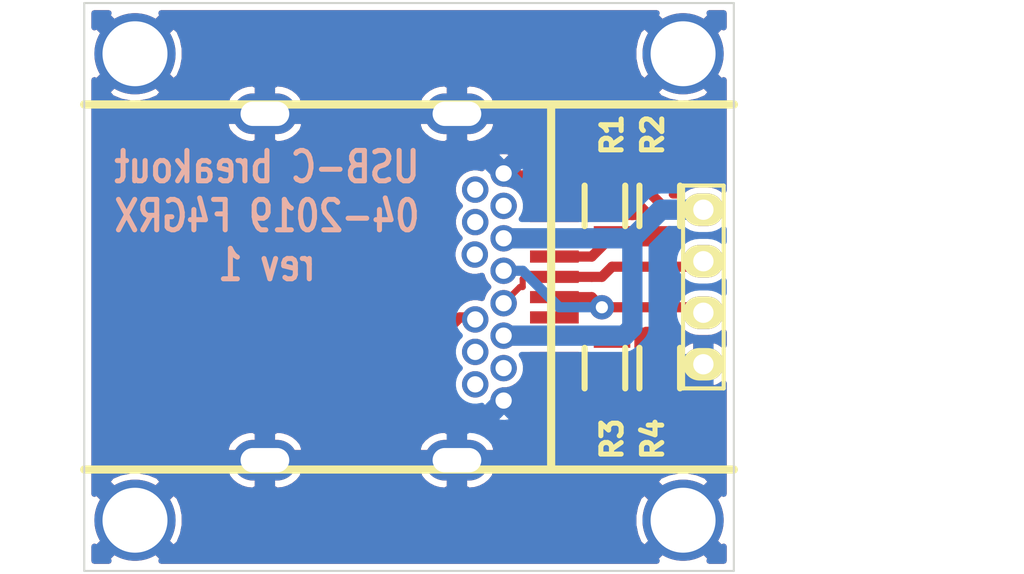
<source format=kicad_pcb>
(kicad_pcb (version 4) (host pcbnew 4.0.7)

  (general
    (links 31)
    (no_connects 1)
    (area 14.974999 14.974999 31.025001 29.025001)
    (thickness 1.6)
    (drawings 16)
    (tracks 88)
    (zones 0)
    (modules 10)
    (nets 18)
  )

  (page A4)
  (layers
    (0 F.Cu signal)
    (31 B.Cu signal)
    (32 B.Adhes user)
    (33 F.Adhes user)
    (34 B.Paste user)
    (35 F.Paste user)
    (36 B.SilkS user)
    (37 F.SilkS user)
    (38 B.Mask user)
    (39 F.Mask user)
    (40 Dwgs.User user)
    (41 Cmts.User user)
    (42 Eco1.User user)
    (43 Eco2.User user)
    (44 Edge.Cuts user)
    (45 Margin user)
    (46 B.CrtYd user)
    (47 F.CrtYd user)
    (48 B.Fab user)
    (49 F.Fab user)
  )

  (setup
    (last_trace_width 0.5)
    (user_trace_width 0.15)
    (user_trace_width 0.2)
    (user_trace_width 0.5)
    (trace_clearance 0.1)
    (zone_clearance 0.15)
    (zone_45_only no)
    (trace_min 0.15)
    (segment_width 0.2)
    (edge_width 0.05)
    (via_size 0.8)
    (via_drill 0.4)
    (via_min_size 0.6)
    (via_min_drill 0.3)
    (user_via 0.6 0.3)
    (uvia_size 0.3)
    (uvia_drill 0.1)
    (uvias_allowed no)
    (uvia_min_size 0.2)
    (uvia_min_drill 0.1)
    (pcb_text_width 0.3)
    (pcb_text_size 1.5 1.5)
    (mod_edge_width 0.12)
    (mod_text_size 1 1)
    (mod_text_width 0.15)
    (pad_size 2 2)
    (pad_drill 2)
    (pad_to_mask_clearance 0.051)
    (solder_mask_min_width 0.25)
    (aux_axis_origin 0 0)
    (grid_origin 15 15)
    (visible_elements 7FFFFF7F)
    (pcbplotparams
      (layerselection 0x010fc_ffffffff)
      (usegerberextensions false)
      (excludeedgelayer true)
      (linewidth 0.100000)
      (plotframeref false)
      (viasonmask false)
      (mode 1)
      (useauxorigin false)
      (hpglpennumber 1)
      (hpglpenspeed 20)
      (hpglpendiameter 15)
      (hpglpenoverlay 2)
      (psnegative false)
      (psa4output false)
      (plotreference true)
      (plotvalue true)
      (plotinvisibletext false)
      (padsonsilk false)
      (subtractmaskfromsilk false)
      (outputformat 1)
      (mirror false)
      (drillshape 1)
      (scaleselection 1)
      (outputdirectory ""))
  )

  (net 0 "")
  (net 1 "Net-(USB1-Pad2)")
  (net 2 "Net-(USB1-Pad3)")
  (net 3 "Net-(USB1-Pad8)")
  (net 4 "Net-(USB1-Pad10)")
  (net 5 "Net-(USB1-Pad11)")
  (net 6 "Net-(USB1-Pad14)")
  (net 7 "Net-(USB1-Pad25)")
  (net 8 "Net-(USB1-Pad15)")
  (net 9 "Net-(USB1-Pad20)")
  (net 10 "Net-(USB1-Pad22)")
  (net 11 "Net-(USB1-Pad23)")
  (net 12 /GND)
  (net 13 /DN)
  (net 14 /DP)
  (net 15 /VBUS)
  (net 16 /CC1)
  (net 17 /CC2)

  (net_class Default "This is the default net class."
    (clearance 0.1)
    (trace_width 0.25)
    (via_dia 0.8)
    (via_drill 0.4)
    (uvia_dia 0.3)
    (uvia_drill 0.1)
    (add_net /CC1)
    (add_net /CC2)
    (add_net /DN)
    (add_net /DP)
    (add_net /GND)
    (add_net /VBUS)
    (add_net "Net-(USB1-Pad10)")
    (add_net "Net-(USB1-Pad11)")
    (add_net "Net-(USB1-Pad14)")
    (add_net "Net-(USB1-Pad15)")
    (add_net "Net-(USB1-Pad2)")
    (add_net "Net-(USB1-Pad20)")
    (add_net "Net-(USB1-Pad22)")
    (add_net "Net-(USB1-Pad23)")
    (add_net "Net-(USB1-Pad25)")
    (add_net "Net-(USB1-Pad3)")
    (add_net "Net-(USB1-Pad8)")
  )

  (module local:Wurth-632723300011 (layer F.Cu) (tedit 5C42C6B8) (tstamp 5CA1B7CA)
    (at 16 22 270)
    (path /5C9DF349)
    (attr smd)
    (fp_text reference USB1 (at 0 -12 270) (layer F.SilkS) hide
      (effects (font (size 1 1) (thickness 0.15)))
    )
    (fp_text value Wurth-632723300011 (at 0 1.9 270) (layer F.Fab) hide
      (effects (font (size 1 1) (thickness 0.15)))
    )
    (fp_line (start -4.37 0.95) (end 4.37 0.95) (layer Dwgs.User) (width 0.15))
    (fp_line (start -4.37 0.95) (end -4.37 -10.38) (layer Dwgs.User) (width 0.15))
    (fp_line (start 4.37 0.95) (end 4.37 -10.38) (layer Dwgs.User) (width 0.15))
    (fp_line (start -4.37 -10.38) (end 4.37 -10.38) (layer Dwgs.User) (width 0.15))
    (pad 27 smd rect (at 0 -2.9 270) (size 0.2 1) (layers F.Cu F.Paste F.Mask)
      (net 12 /GND))
    (pad 27 smd rect (at 0 -6 270) (size 0.2 1) (layers F.Cu F.Paste F.Mask)
      (net 12 /GND))
    (pad 26 thru_hole oval (at -4.27 -3.45 270) (size 1 1.6) (drill oval 0.6 1.2) (layers *.Cu B.Mask)
      (net 12 /GND))
    (pad 26 thru_hole oval (at -4.27 -8.18 270) (size 1 1.6) (drill oval 0.6 1.2) (layers *.Cu B.Mask)
      (net 12 /GND))
    (pad 26 thru_hole oval (at 4.27 -3.45 270) (size 1 1.6) (drill oval 0.6 1.2) (layers *.Cu B.Mask)
      (net 12 /GND))
    (pad 26 thru_hole oval (at 4.27 -8.18 270) (size 1 1.6) (drill oval 0.6 1.2) (layers *.Cu B.Mask)
      (net 12 /GND))
    (pad 25 thru_hole circle (at -2 -9.33 270) (size 0.65 0.65) (drill 0.4) (layers *.Cu B.Mask)
      (net 7 "Net-(USB1-Pad25)"))
    (pad 24 thru_hole circle (at -2.8 -9.33 270) (size 0.65 0.65) (drill 0.4) (layers *.Cu B.Mask)
      (net 12 /GND))
    (pad 23 thru_hole circle (at -2.4 -8.63 270) (size 0.65 0.65) (drill 0.4) (layers *.Cu B.Mask)
      (net 11 "Net-(USB1-Pad23)"))
    (pad 22 thru_hole circle (at -1.6 -8.63 270) (size 0.65 0.65) (drill 0.4) (layers *.Cu B.Mask)
      (net 10 "Net-(USB1-Pad22)"))
    (pad 21 thru_hole circle (at -1.2 -9.33 270) (size 0.65 0.65) (drill 0.4) (layers *.Cu B.Mask)
      (net 15 /VBUS))
    (pad 20 thru_hole circle (at -0.8 -8.62 270) (size 0.65 0.65) (drill 0.4) (layers *.Cu B.Mask)
      (net 9 "Net-(USB1-Pad20)"))
    (pad 19 thru_hole circle (at -0.4 -9.33 270) (size 0.65 0.65) (drill 0.4) (layers *.Cu B.Mask)
      (net 13 /DN))
    (pad 18 thru_hole circle (at 0.4 -9.33 270) (size 0.65 0.65) (drill 0.4) (layers *.Cu B.Mask)
      (net 14 /DP))
    (pad 17 thru_hole circle (at 0.8 -8.63 270) (size 0.65 0.65) (drill 0.4) (layers *.Cu B.Mask)
      (net 17 /CC2))
    (pad 16 thru_hole circle (at 1.2 -9.33 270) (size 0.65 0.65) (drill 0.4) (layers *.Cu B.Mask)
      (net 15 /VBUS))
    (pad 15 thru_hole circle (at 1.6 -8.63 270) (size 0.65 0.65) (drill 0.4) (layers *.Cu B.Mask)
      (net 8 "Net-(USB1-Pad15)"))
    (pad 25 thru_hole circle (at 2 -9.33 270) (size 0.65 0.65) (drill 0.4) (layers *.Cu B.Mask)
      (net 7 "Net-(USB1-Pad25)"))
    (pad 14 thru_hole circle (at 2.4 -8.63 270) (size 0.65 0.65) (drill 0.4) (layers *.Cu B.Mask)
      (net 6 "Net-(USB1-Pad14)"))
    (pad 13 thru_hole circle (at 2.8 -9.33 270) (size 0.65 0.65) (drill 0.4) (layers *.Cu B.Mask)
      (net 12 /GND))
    (pad 12 smd rect (at 2.75 -10.58 270) (size 0.3 1.2) (layers F.Cu F.Paste F.Mask)
      (net 12 /GND))
    (pad 11 smd rect (at 2.25 -10.58 270) (size 0.3 1.2) (layers F.Cu F.Paste F.Mask)
      (net 5 "Net-(USB1-Pad11)"))
    (pad 10 smd rect (at 1.75 -10.58 270) (size 0.3 1.2) (layers F.Cu F.Paste F.Mask)
      (net 4 "Net-(USB1-Pad10)"))
    (pad 9 smd rect (at 1.25 -10.58 270) (size 0.3 1.2) (layers F.Cu F.Paste F.Mask)
      (net 15 /VBUS))
    (pad 8 smd rect (at 0.75 -10.58 270) (size 0.3 1.2) (layers F.Cu F.Paste F.Mask)
      (net 3 "Net-(USB1-Pad8)"))
    (pad 7 smd rect (at 0.25 -10.58 270) (size 0.3 1.2) (layers F.Cu F.Paste F.Mask)
      (net 13 /DN))
    (pad 6 smd rect (at -0.25 -10.58 270) (size 0.3 1.2) (layers F.Cu F.Paste F.Mask)
      (net 14 /DP))
    (pad 5 smd rect (at -0.75 -10.58 270) (size 0.3 1.2) (layers F.Cu F.Paste F.Mask)
      (net 16 /CC1))
    (pad 4 smd rect (at -1.25 -10.58 270) (size 0.3 1.2) (layers F.Cu F.Paste F.Mask)
      (net 15 /VBUS))
    (pad 3 smd rect (at -1.75 -10.58 270) (size 0.3 1.2) (layers F.Cu F.Paste F.Mask)
      (net 2 "Net-(USB1-Pad3)"))
    (pad 2 smd rect (at -2.25 -10.58 270) (size 0.3 1.2) (layers F.Cu F.Paste F.Mask)
      (net 1 "Net-(USB1-Pad2)"))
    (pad 1 smd rect (at -2.75 -10.58 270) (size 0.3 1.2) (layers F.Cu F.Paste F.Mask)
      (net 12 /GND))
  )

  (module local:PINS-1.27-1x4 (layer F.Cu) (tedit 566F4375) (tstamp 5CA1B782)
    (at 30.25 22 90)
    (path /5C9DF3AC)
    (fp_text reference P1 (at 0 1.27 90) (layer F.SilkS) hide
      (effects (font (size 0.5 0.5) (thickness 0.125)))
    )
    (fp_text value CONN_01X04 (at 0 -1.27 90) (layer F.Fab) hide
      (effects (font (size 0.5 0.5) (thickness 0.125)))
    )
    (fp_line (start -2.5 0.5) (end -2.5 -0.5) (layer F.SilkS) (width 0.1))
    (fp_line (start 2.5 0.5) (end -2.5 0.5) (layer F.SilkS) (width 0.1))
    (fp_line (start 2.5 -0.5) (end 2.5 0.5) (layer F.SilkS) (width 0.1))
    (fp_line (start -2.5 -0.5) (end 2.5 -0.5) (layer F.SilkS) (width 0.1))
    (pad 4 thru_hole oval (at 1.905 0 90) (size 0.8 1) (drill 0.5) (layers *.Cu *.Mask F.SilkS)
      (net 15 /VBUS))
    (pad 3 thru_hole oval (at 0.635 0 90) (size 0.8 1) (drill 0.5) (layers *.Cu *.Mask F.SilkS)
      (net 14 /DP))
    (pad 2 thru_hole oval (at -0.635 0 90) (size 0.8 1) (drill 0.5) (layers *.Cu *.Mask F.SilkS)
      (net 13 /DN))
    (pad 1 thru_hole oval (at -1.905 0 90) (size 0.8 1) (drill 0.5) (layers *.Cu *.Mask F.SilkS)
      (net 12 /GND))
  )

  (module local:0603_m1608 (layer F.Cu) (tedit 5CA22571) (tstamp 5CA1B78A)
    (at 29 20 270)
    (descr "Resistor SMD 0603, reflow soldering, Vishay (see dcrcw.pdf)")
    (tags "resistor 0603")
    (path /5C9DF6C6)
    (attr smd)
    (fp_text reference R1 (at -1.75 1 450) (layer F.SilkS)
      (effects (font (size 0.5 0.5) (thickness 0.125)))
    )
    (fp_text value RSMALL (at 0 1.27 270) (layer F.SilkS) hide
      (effects (font (size 0.5 0.5) (thickness 0.125)))
    )
    (fp_line (start -0.5 -0.675) (end 0.5 -0.675) (layer F.SilkS) (width 0.15))
    (fp_line (start 0.5 0.675) (end -0.5 0.675) (layer F.SilkS) (width 0.15))
    (pad 2 smd rect (at 0.75 0 270) (size 0.5 0.9) (layers F.Cu F.Paste F.Mask)
      (net 16 /CC1))
    (pad 1 smd rect (at -0.75 0 270) (size 0.5 0.9) (layers F.Cu F.Paste F.Mask)
      (net 15 /VBUS))
    (model Resistors_SMD/R_0603.wrl
      (at (xyz 0 0 0))
      (scale (xyz 1 1 1))
      (rotate (xyz 0 0 0))
    )
  )

  (module local:0603_m1608 (layer F.Cu) (tedit 5CA2256F) (tstamp 5CA1B792)
    (at 28 20 90)
    (descr "Resistor SMD 0603, reflow soldering, Vishay (see dcrcw.pdf)")
    (tags "resistor 0603")
    (path /5C9DF5A6)
    (attr smd)
    (fp_text reference R2 (at 1.75 1 270) (layer F.SilkS)
      (effects (font (size 0.5 0.5) (thickness 0.125)))
    )
    (fp_text value RSMALL (at 0 1.27 90) (layer F.SilkS) hide
      (effects (font (size 0.5 0.5) (thickness 0.125)))
    )
    (fp_line (start -0.5 -0.675) (end 0.5 -0.675) (layer F.SilkS) (width 0.15))
    (fp_line (start 0.5 0.675) (end -0.5 0.675) (layer F.SilkS) (width 0.15))
    (pad 2 smd rect (at 0.75 0 90) (size 0.5 0.9) (layers F.Cu F.Paste F.Mask)
      (net 12 /GND))
    (pad 1 smd rect (at -0.75 0 90) (size 0.5 0.9) (layers F.Cu F.Paste F.Mask)
      (net 16 /CC1))
    (model Resistors_SMD/R_0603.wrl
      (at (xyz 0 0 0))
      (scale (xyz 1 1 1))
      (rotate (xyz 0 0 0))
    )
  )

  (module local:0603_m1608 (layer F.Cu) (tedit 5CA2256B) (tstamp 5CA1B79A)
    (at 28 24 270)
    (descr "Resistor SMD 0603, reflow soldering, Vishay (see dcrcw.pdf)")
    (tags "resistor 0603")
    (path /5C9DF6CC)
    (attr smd)
    (fp_text reference R3 (at 1.75 0 450) (layer F.SilkS)
      (effects (font (size 0.5 0.5) (thickness 0.125)))
    )
    (fp_text value RSMALL (at 0 1.27 270) (layer F.SilkS) hide
      (effects (font (size 0.5 0.5) (thickness 0.125)))
    )
    (fp_line (start -0.5 -0.675) (end 0.5 -0.675) (layer F.SilkS) (width 0.15))
    (fp_line (start 0.5 0.675) (end -0.5 0.675) (layer F.SilkS) (width 0.15))
    (pad 2 smd rect (at 0.75 0 270) (size 0.5 0.9) (layers F.Cu F.Paste F.Mask)
      (net 17 /CC2))
    (pad 1 smd rect (at -0.75 0 270) (size 0.5 0.9) (layers F.Cu F.Paste F.Mask)
      (net 15 /VBUS))
    (model Resistors_SMD/R_0603.wrl
      (at (xyz 0 0 0))
      (scale (xyz 1 1 1))
      (rotate (xyz 0 0 0))
    )
  )

  (module local:0603_m1608 (layer F.Cu) (tedit 5CA22569) (tstamp 5CA1B7A2)
    (at 29 24 90)
    (descr "Resistor SMD 0603, reflow soldering, Vishay (see dcrcw.pdf)")
    (tags "resistor 0603")
    (path /5C9DF5EC)
    (attr smd)
    (fp_text reference R4 (at -1.75 0 270) (layer F.SilkS)
      (effects (font (size 0.5 0.5) (thickness 0.125)))
    )
    (fp_text value RSMALL (at 0 1.27 90) (layer F.SilkS) hide
      (effects (font (size 0.5 0.5) (thickness 0.125)))
    )
    (fp_line (start -0.5 -0.675) (end 0.5 -0.675) (layer F.SilkS) (width 0.15))
    (fp_line (start 0.5 0.675) (end -0.5 0.675) (layer F.SilkS) (width 0.15))
    (pad 2 smd rect (at 0.75 0 90) (size 0.5 0.9) (layers F.Cu F.Paste F.Mask)
      (net 12 /GND))
    (pad 1 smd rect (at -0.75 0 90) (size 0.5 0.9) (layers F.Cu F.Paste F.Mask)
      (net 17 /CC2))
    (model Resistors_SMD/R_0603.wrl
      (at (xyz 0 0 0))
      (scale (xyz 1 1 1))
      (rotate (xyz 0 0 0))
    )
  )

  (module local:HOLE_1.6mm (layer F.Cu) (tedit 5CA20ED7) (tstamp 5CA2142B)
    (at 16.25 27.75)
    (path /5CA2ACB5)
    (fp_text reference J4 (at 0 0) (layer F.SilkS) hide
      (effects (font (size 1 1) (thickness 0.15)))
    )
    (fp_text value PIN (at 0 0) (layer F.SilkS) hide
      (effects (font (size 1 1) (thickness 0.15)))
    )
    (pad 1 thru_hole circle (at 0 0) (size 2 2) (drill 1.6) (layers *.Cu *.Mask)
      (net 12 /GND))
  )

  (module local:HOLE_1.6mm (layer F.Cu) (tedit 5CA20ED7) (tstamp 5CA2158E)
    (at 29.75 27.75)
    (path /5CA2BCB0)
    (fp_text reference J1 (at 0 0) (layer F.SilkS) hide
      (effects (font (size 1 1) (thickness 0.15)))
    )
    (fp_text value PIN (at 0 0) (layer F.SilkS) hide
      (effects (font (size 1 1) (thickness 0.15)))
    )
    (pad 1 thru_hole circle (at 0 0) (size 2 2) (drill 1.6) (layers *.Cu *.Mask)
      (net 12 /GND))
  )

  (module local:HOLE_1.6mm (layer F.Cu) (tedit 5CA20ED7) (tstamp 5CA21593)
    (at 29.75 16.25)
    (path /5CA2BAFB)
    (fp_text reference J2 (at 0 0) (layer F.SilkS) hide
      (effects (font (size 1 1) (thickness 0.15)))
    )
    (fp_text value PIN (at 0 0) (layer F.SilkS) hide
      (effects (font (size 1 1) (thickness 0.15)))
    )
    (pad 1 thru_hole circle (at 0 0) (size 2 2) (drill 1.6) (layers *.Cu *.Mask)
      (net 12 /GND))
  )

  (module local:HOLE_1.6mm (layer F.Cu) (tedit 5CA20ED7) (tstamp 5CA21598)
    (at 16.25 16.25)
    (path /5CA2B92F)
    (fp_text reference J3 (at 0 0) (layer F.SilkS) hide
      (effects (font (size 1 1) (thickness 0.15)))
    )
    (fp_text value PIN (at 0 0) (layer F.SilkS) hide
      (effects (font (size 1 1) (thickness 0.15)))
    )
    (pad 1 thru_hole circle (at 0 0) (size 2 2) (drill 1.6) (layers *.Cu *.Mask)
      (net 12 /GND))
  )

  (gr_line (start 26.5 17.5) (end 26.5 26.5) (angle 90) (layer F.SilkS) (width 0.2))
  (gr_line (start 15 26.5) (end 31 26.5) (angle 90) (layer F.SilkS) (width 0.2))
  (gr_line (start 15 17.5) (end 31 17.5) (angle 90) (layer F.SilkS) (width 0.2))
  (gr_line (start 15 17.5) (end 31 17.5) (angle 90) (layer F.SilkS) (width 0.2))
  (gr_text "USB-C breakout\n04-2019 F4GRX\nrev 1" (at 19.5 20.25) (layer B.SilkS)
    (effects (font (size 0.75 0.6) (thickness 0.125)) (justify mirror))
  )
  (gr_line (start 14.5 16.5) (end 18.5 16.5) (angle 90) (layer Dwgs.User) (width 0.15))
  (dimension 14 (width 0.15) (layer Dwgs.User)
    (gr_text "14 mm" (at 36.8 22 270) (layer Dwgs.User)
      (effects (font (size 1 1) (thickness 0.15)))
    )
    (feature1 (pts (xy 35 29) (xy 36.086421 29)))
    (feature2 (pts (xy 35 15) (xy 36.086421 15)))
    (crossbar (pts (xy 35.5 15) (xy 35.5 29)))
    (arrow1a (pts (xy 35.5 29) (xy 34.913579 27.873496)))
    (arrow1b (pts (xy 35.5 29) (xy 36.086421 27.873496)))
    (arrow2a (pts (xy 35.5 15) (xy 34.913579 16.126504)))
    (arrow2b (pts (xy 35.5 15) (xy 36.086421 16.126504)))
  )
  (dimension 11 (width 0.15) (layer Dwgs.User)
    (gr_text "11 mm" (at 33.8 22 90) (layer Dwgs.User)
      (effects (font (size 1 1) (thickness 0.15)))
    )
    (feature1 (pts (xy 32 16.5) (xy 33.086421 16.5)))
    (feature2 (pts (xy 32 27.5) (xy 33.086421 27.5)))
    (crossbar (pts (xy 32.5 27.5) (xy 32.5 16.5)))
    (arrow1a (pts (xy 32.5 16.5) (xy 33.086421 17.626504)))
    (arrow1b (pts (xy 32.5 16.5) (xy 31.913579 17.626504)))
    (arrow2a (pts (xy 32.5 27.5) (xy 33.086421 26.373496)))
    (arrow2b (pts (xy 32.5 27.5) (xy 31.913579 26.373496)))
  )
  (gr_line (start 31 26.5) (end 31 17.5) (angle 90) (layer Dwgs.User) (width 0.15))
  (gr_line (start 31 26.5) (end 15 26.5) (angle 90) (layer Dwgs.User) (width 0.15))
  (gr_line (start 15 17.5) (end 31 17.5) (angle 90) (layer Dwgs.User) (width 0.15))
  (gr_line (start 31 15) (end 15 15) (angle 90) (layer Edge.Cuts) (width 0.05))
  (gr_line (start 31 29) (end 31 15) (angle 90) (layer Edge.Cuts) (width 0.05))
  (gr_line (start 15 29) (end 31 29) (angle 90) (layer Edge.Cuts) (width 0.05))
  (gr_line (start 15 15) (end 15 29) (angle 90) (layer Edge.Cuts) (width 0.05))
  (gr_line (start 13 22) (end 33 22) (angle 90) (layer Dwgs.User) (width 0.15))

  (segment (start 28 19.25) (end 26.58 19.25) (width 0.25) (layer F.Cu) (net 12))
  (segment (start 30.25 23.905) (end 29.155 23.905) (width 0.25) (layer F.Cu) (net 12))
  (segment (start 29 23.75) (end 29 23.25) (width 0.25) (layer F.Cu) (net 12) (tstamp 5CA2245E))
  (segment (start 29.155 23.905) (end 29 23.75) (width 0.25) (layer F.Cu) (net 12) (tstamp 5CA2245D))
  (segment (start 30.155 24) (end 30.25 23.905) (width 0.25) (layer F.Cu) (net 12) (tstamp 5CA223D7))
  (segment (start 25.33 24.8) (end 29.355 24.8) (width 0.5) (layer B.Cu) (net 12))
  (segment (start 29.355 24.8) (end 30.25 23.905) (width 0.5) (layer B.Cu) (net 12) (tstamp 5CA223C6))
  (segment (start 24.18 17.73) (end 19.45 17.73) (width 0.5) (layer F.Cu) (net 12))
  (segment (start 24.18 26.27) (end 19.45 26.27) (width 0.5) (layer F.Cu) (net 12))
  (segment (start 26.58 19.25) (end 25.38 19.25) (width 0.25) (layer F.Cu) (net 12))
  (segment (start 25.38 19.25) (end 25.33 19.2) (width 0.25) (layer F.Cu) (net 12) (tstamp 5CA1E4EA))
  (segment (start 26.58 24.75) (end 25.38 24.75) (width 0.25) (layer F.Cu) (net 12))
  (segment (start 25.38 24.75) (end 25.33 24.8) (width 0.25) (layer F.Cu) (net 12) (tstamp 5CA1E4ED))
  (segment (start 30.155 24) (end 30.25 23.905) (width 0.5) (layer F.Cu) (net 12) (tstamp 5CA1EC8E))
  (segment (start 25.33 24.8) (end 24.88 25.25) (width 0.5) (layer B.Cu) (net 12))
  (segment (start 23.75 19.25) (end 23.75 19.5) (width 0.5) (layer B.Cu) (net 12) (tstamp 5CA1ECCA))
  (segment (start 24.25 18.75) (end 23.75 19.25) (width 0.5) (layer B.Cu) (net 12))
  (segment (start 24.88 18.75) (end 24.25 18.75) (width 0.5) (layer B.Cu) (net 12) (tstamp 5CA1ECC7))
  (segment (start 24.88 18.75) (end 25.33 19.2) (width 0.5) (layer B.Cu) (net 12))
  (segment (start 23.75 24) (end 23.75 21.5) (width 0.5) (layer B.Cu) (net 12))
  (segment (start 24.88 25.25) (end 24.25 25.25) (width 0.5) (layer B.Cu) (net 12) (tstamp 5CA1ECBA))
  (segment (start 24.25 25.25) (end 23.75 24.75) (width 0.5) (layer B.Cu) (net 12))
  (segment (start 23.75 24.75) (end 23.75 24) (width 0.5) (layer B.Cu) (net 12) (tstamp 5CA1ECC0))
  (segment (start 23.75 21.5) (end 23.75 19.5) (width 0.5) (layer B.Cu) (net 12))
  (segment (start 24.25 25.25) (end 24.18 25.32) (width 0.5) (layer B.Cu) (net 12))
  (segment (start 24.18 25.32) (end 24.18 26.27) (width 0.5) (layer B.Cu) (net 12) (tstamp 5CA1ED23))
  (segment (start 24.25 18.75) (end 24.18 18.68) (width 0.5) (layer B.Cu) (net 12))
  (segment (start 24.18 18.68) (end 24.18 17.73) (width 0.5) (layer B.Cu) (net 12) (tstamp 5CA1ED26))
  (segment (start 22 22) (end 19.5 22) (width 0.25) (layer F.Cu) (net 12))
  (segment (start 19.5 22) (end 18.9 22) (width 0.25) (layer F.Cu) (net 12) (tstamp 5CA1EF53))
  (segment (start 19.45 17.73) (end 19.45 22) (width 0.25) (layer F.Cu) (net 12))
  (segment (start 19.45 22) (end 19.5 22) (width 0.25) (layer F.Cu) (net 12) (tstamp 5CA1EF4F))
  (segment (start 19.45 26.27) (end 17.73 26.27) (width 0.5) (layer F.Cu) (net 12))
  (segment (start 17.73 26.27) (end 16.5 27.5) (width 0.5) (layer F.Cu) (net 12) (tstamp 5CA20EC6))
  (segment (start 19.45 17.73) (end 17.73 17.73) (width 0.5) (layer F.Cu) (net 12))
  (segment (start 17.73 17.73) (end 16.5 16.5) (width 0.5) (layer F.Cu) (net 12) (tstamp 5CA20EC9))
  (segment (start 29.5 16.5) (end 28.27 17.73) (width 0.5) (layer F.Cu) (net 12))
  (segment (start 28.27 17.73) (end 24.18 17.73) (width 0.5) (layer F.Cu) (net 12) (tstamp 5CA20ECC))
  (segment (start 29.5 27.5) (end 28.27 26.27) (width 0.5) (layer F.Cu) (net 12))
  (segment (start 28.27 26.27) (end 24.18 26.27) (width 0.5) (layer F.Cu) (net 12) (tstamp 5CA20ECF))
  (segment (start 27.5 22.25) (end 27.75 22.5) (width 0.25) (layer F.Cu) (net 13))
  (segment (start 26.58 22.25) (end 27.5 22.25) (width 0.25) (layer F.Cu) (net 13))
  (segment (start 30.115 22.5) (end 30.25 22.635) (width 0.2) (layer F.Cu) (net 13) (tstamp 5CA1E101))
  (segment (start 27.75 22.5) (end 30.115 22.5) (width 0.25) (layer F.Cu) (net 13))
  (via (at 27.75 22.5) (size 0.6) (drill 0.3) (layers F.Cu B.Cu) (net 13))
  (segment (start 25.33 21.6) (end 25.8 21.6) (width 0.25) (layer B.Cu) (net 13))
  (segment (start 26.7 22.5) (end 27.75 22.5) (width 0.25) (layer B.Cu) (net 13) (tstamp 5CA1EF1E))
  (segment (start 25.8 21.6) (end 26.7 22.5) (width 0.25) (layer B.Cu) (net 13) (tstamp 5CA1EF1D))
  (segment (start 26.58 21.75) (end 27.5 21.75) (width 0.25) (layer F.Cu) (net 14))
  (segment (start 30.115 21.5) (end 30.25 21.365) (width 0.2) (layer F.Cu) (net 14) (tstamp 5CA1E0FD))
  (segment (start 28 21.5) (end 30.115 21.5) (width 0.25) (layer F.Cu) (net 14))
  (segment (start 27.5 21.75) (end 27.75 21.75) (width 0.25) (layer F.Cu) (net 14) (tstamp 5CA1E0B8))
  (segment (start 27.75 21.75) (end 28 21.5) (width 0.25) (layer F.Cu) (net 14) (tstamp 5CA1E0BC))
  (segment (start 26.58 21.75) (end 25.85 21.75) (width 0.15) (layer F.Cu) (net 14))
  (segment (start 25.73 22) (end 25.33 22.4) (width 0.15) (layer F.Cu) (net 14) (tstamp 5CA1EED8))
  (segment (start 25.8 22) (end 25.73 22) (width 0.15) (layer F.Cu) (net 14))
  (segment (start 25.85 21.75) (end 25.8 21.8) (width 0.15) (layer F.Cu) (net 14) (tstamp 5CA1EED3))
  (segment (start 25.8 21.8) (end 25.8 22) (width 0.15) (layer F.Cu) (net 14))
  (segment (start 30.25 20.095) (end 29.205 20.095) (width 0.5) (layer B.Cu) (net 15))
  (segment (start 29.205 20.095) (end 28.5 20.8) (width 0.5) (layer B.Cu) (net 15) (tstamp 5CA2253A))
  (segment (start 25.33 23.2) (end 28.3 23.2) (width 0.5) (layer B.Cu) (net 15))
  (segment (start 28.3 23.2) (end 28.5 23) (width 0.5) (layer B.Cu) (net 15) (tstamp 5CA2252A))
  (segment (start 28.5 23) (end 28.5 20.8) (width 0.5) (layer B.Cu) (net 15) (tstamp 5CA2252F))
  (segment (start 26.58 23.25) (end 28 23.25) (width 0.25) (layer F.Cu) (net 15))
  (segment (start 29 19.25) (end 29 19.75) (width 0.25) (layer F.Cu) (net 15))
  (segment (start 29.345 20.095) (end 30.25 20.095) (width 0.25) (layer F.Cu) (net 15) (tstamp 5CA224D7))
  (segment (start 29 19.75) (end 29.345 20.095) (width 0.25) (layer F.Cu) (net 15) (tstamp 5CA224D5))
  (segment (start 25.33 20.8) (end 28.5 20.8) (width 0.5) (layer B.Cu) (net 15))
  (segment (start 26.58 20.75) (end 25.38 20.75) (width 0.25) (layer F.Cu) (net 15))
  (segment (start 25.38 20.75) (end 25.33 20.8) (width 0.25) (layer F.Cu) (net 15) (tstamp 5CA1E4E7))
  (segment (start 26.58 23.25) (end 25.38 23.25) (width 0.25) (layer F.Cu) (net 15))
  (segment (start 25.38 23.25) (end 25.33 23.2) (width 0.25) (layer F.Cu) (net 15) (tstamp 5CA1E4F0))
  (segment (start 28 20.75) (end 29 20.75) (width 0.25) (layer F.Cu) (net 16))
  (segment (start 26.58 21.25) (end 27.5 21.25) (width 0.25) (layer F.Cu) (net 16))
  (segment (start 27.5 21.25) (end 28 20.75) (width 0.25) (layer F.Cu) (net 16) (tstamp 5CA224C5))
  (segment (start 28 24.75) (end 28 25.25) (width 0.25) (layer F.Cu) (net 17))
  (segment (start 27.75 25.5) (end 27.5 25.5) (width 0.25) (layer F.Cu) (net 17) (tstamp 5CA224B9))
  (segment (start 28 25.25) (end 27.75 25.5) (width 0.25) (layer F.Cu) (net 17) (tstamp 5CA224B8))
  (segment (start 27.75 24.75) (end 29 24.75) (width 0.25) (layer F.Cu) (net 17))
  (segment (start 25 25.5) (end 26 25.5) (width 0.25) (layer F.Cu) (net 17))
  (segment (start 24.58 22.75) (end 24.25 22.75) (width 0.25) (layer F.Cu) (net 17) (tstamp 5CA1ECEB))
  (segment (start 24 25) (end 24 23) (width 0.25) (layer F.Cu) (net 17))
  (segment (start 25 25.5) (end 24.75 25.25) (width 0.25) (layer F.Cu) (net 17) (tstamp 5CA223AF))
  (segment (start 24.75 25.25) (end 24.25 25.25) (width 0.25) (layer F.Cu) (net 17) (tstamp 5CA1EC82))
  (segment (start 24.25 25.25) (end 24 25) (width 0.25) (layer F.Cu) (net 17) (tstamp 5CA1EC83))
  (segment (start 27.5 25.5) (end 26 25.5) (width 0.25) (layer F.Cu) (net 17) (tstamp 5CA22450))
  (segment (start 24.25 22.75) (end 24 23) (width 0.25) (layer F.Cu) (net 17))
  (segment (start 24.63 22.8) (end 24.58 22.75) (width 0.25) (layer F.Cu) (net 17))

  (zone (net 12) (net_name /GND) (layer F.Cu) (tstamp 5CA1EF37) (hatch edge 0.508)
    (connect_pads (clearance 0.15))
    (min_thickness 0.15)
    (fill yes (arc_segments 32) (thermal_gap 0.15) (thermal_bridge_width 0.5))
    (polygon
      (pts
        (xy 15 15) (xy 31 15) (xy 31 29) (xy 15 29)
      )
    )
    (filled_polygon
      (pts
        (xy 15.552391 15.304904) (xy 16.25 16.002513) (xy 16.947609 15.304904) (xy 16.90054 15.25) (xy 29.09946 15.25)
        (xy 29.052391 15.304904) (xy 29.75 16.002513) (xy 30.447609 15.304904) (xy 30.40054 15.25) (xy 30.75 15.25)
        (xy 30.75 15.59946) (xy 30.695096 15.552391) (xy 29.997487 16.25) (xy 30.695096 16.947609) (xy 30.75 16.90054)
        (xy 30.75 19.615711) (xy 30.706612 19.579304) (xy 30.599722 19.52054) (xy 30.483453 19.483658) (xy 30.362234 19.470061)
        (xy 30.353508 19.47) (xy 30.146492 19.47) (xy 30.025096 19.481903) (xy 29.908323 19.517159) (xy 29.800622 19.574424)
        (xy 29.706096 19.651518) (xy 29.628761 19.745) (xy 29.489975 19.745) (xy 29.469507 19.724533) (xy 29.48583 19.723231)
        (xy 29.546602 19.704411) (xy 29.599725 19.669405) (xy 29.640993 19.620986) (xy 29.667137 19.562987) (xy 29.676088 19.5)
        (xy 29.676088 19) (xy 29.673231 18.96417) (xy 29.654411 18.903398) (xy 29.619405 18.850275) (xy 29.570986 18.809007)
        (xy 29.512987 18.782863) (xy 29.45 18.773912) (xy 28.55 18.773912) (xy 28.51417 18.776769) (xy 28.501219 18.78078)
        (xy 28.47216 18.775) (xy 28.23125 18.775) (xy 28.175 18.83125) (xy 28.175 19.125) (xy 28.195 19.125)
        (xy 28.195 19.375) (xy 28.175 19.375) (xy 28.175 19.66875) (xy 28.23125 19.725) (xy 28.47216 19.725)
        (xy 28.501408 19.719183) (xy 28.55 19.726088) (xy 28.65 19.726088) (xy 28.65 19.75) (xy 28.653159 19.782216)
        (xy 28.655973 19.814383) (xy 28.656486 19.81615) (xy 28.656666 19.817982) (xy 28.666014 19.848945) (xy 28.67503 19.879978)
        (xy 28.675876 19.881611) (xy 28.676409 19.883375) (xy 28.691578 19.911904) (xy 28.706465 19.940624) (xy 28.707616 19.942066)
        (xy 28.708478 19.943687) (xy 28.728881 19.968704) (xy 28.749081 19.994008) (xy 28.751604 19.996565) (xy 28.75165 19.996622)
        (xy 28.751703 19.996666) (xy 28.752513 19.997487) (xy 29.028937 20.273912) (xy 28.55 20.273912) (xy 28.51417 20.276769)
        (xy 28.500309 20.281061) (xy 28.45 20.273912) (xy 27.55 20.273912) (xy 27.51417 20.276769) (xy 27.453398 20.295589)
        (xy 27.406088 20.326764) (xy 27.406088 20.1) (xy 27.403231 20.06417) (xy 27.384411 20.003398) (xy 27.381151 19.998451)
        (xy 27.397137 19.962987) (xy 27.406088 19.9) (xy 27.406088 19.674286) (xy 27.406571 19.674769) (xy 27.443423 19.699393)
        (xy 27.48437 19.716354) (xy 27.52784 19.725) (xy 27.76875 19.725) (xy 27.825 19.66875) (xy 27.825 19.375)
        (xy 27.39875 19.375) (xy 27.34875 19.325) (xy 26.755 19.325) (xy 26.755 19.373912) (xy 26.405 19.373912)
        (xy 26.405 19.325) (xy 26.385 19.325) (xy 26.385 19.175) (xy 26.405 19.175) (xy 26.405 18.93125)
        (xy 26.755 18.93125) (xy 26.755 19.175) (xy 27.34875 19.175) (xy 27.39875 19.125) (xy 27.825 19.125)
        (xy 27.825 18.83125) (xy 27.76875 18.775) (xy 27.52784 18.775) (xy 27.48437 18.783646) (xy 27.443423 18.800607)
        (xy 27.406571 18.825231) (xy 27.375231 18.85657) (xy 27.350608 18.893422) (xy 27.333647 18.934369) (xy 27.333468 18.93527)
        (xy 27.323429 18.925231) (xy 27.286577 18.900607) (xy 27.24563 18.883646) (xy 27.20216 18.875) (xy 26.81125 18.875)
        (xy 26.755 18.93125) (xy 26.405 18.93125) (xy 26.34875 18.875) (xy 25.95784 18.875) (xy 25.91437 18.883646)
        (xy 25.873423 18.900607) (xy 25.836571 18.925231) (xy 25.805231 18.95657) (xy 25.784725 18.98726) (xy 25.77658 18.983229)
        (xy 25.55981 19.2) (xy 25.755 19.395191) (xy 25.755 19.425002) (xy 25.755565 19.425002) (xy 25.763647 19.465631)
        (xy 25.77868 19.501924) (xy 25.762863 19.537013) (xy 25.753912 19.6) (xy 25.753912 19.646301) (xy 25.682279 19.574167)
        (xy 25.592859 19.513853) (xy 25.493426 19.472055) (xy 25.387769 19.450367) (xy 25.350295 19.450105) (xy 25.33 19.42981)
        (xy 25.309986 19.449824) (xy 25.30401 19.449782) (xy 25.077209 19.222981) (xy 25.10019 19.2) (xy 24.88342 18.983229)
        (xy 24.807137 19.020979) (xy 24.794936 19.07269) (xy 24.793426 19.072055) (xy 24.687769 19.050367) (xy 24.579911 19.049614)
        (xy 24.473961 19.069825) (xy 24.373954 19.11023) (xy 24.283701 19.16929) (xy 24.206637 19.244756) (xy 24.145699 19.333754)
        (xy 24.103209 19.432892) (xy 24.080783 19.538395) (xy 24.079277 19.646245) (xy 24.098748 19.752334) (xy 24.138454 19.85262)
        (xy 24.196883 19.943284) (xy 24.251987 20.000346) (xy 24.206637 20.044756) (xy 24.145699 20.133754) (xy 24.103209 20.232892)
        (xy 24.080783 20.338395) (xy 24.079277 20.446245) (xy 24.098748 20.552334) (xy 24.138454 20.65262) (xy 24.196883 20.743284)
        (xy 24.247127 20.795313) (xy 24.196637 20.844756) (xy 24.135699 20.933754) (xy 24.093209 21.032892) (xy 24.070783 21.138395)
        (xy 24.069277 21.246245) (xy 24.088748 21.352334) (xy 24.128454 21.45262) (xy 24.186883 21.543284) (xy 24.261809 21.620873)
        (xy 24.350379 21.68243) (xy 24.449218 21.725612) (xy 24.554563 21.748773) (xy 24.6624 21.751032) (xy 24.768621 21.732302)
        (xy 24.793314 21.722724) (xy 24.798748 21.752334) (xy 24.838454 21.85262) (xy 24.896883 21.943284) (xy 24.951987 22.000346)
        (xy 24.906637 22.044756) (xy 24.845699 22.133754) (xy 24.803209 22.232892) (xy 24.794765 22.272618) (xy 24.793426 22.272055)
        (xy 24.687769 22.250367) (xy 24.579911 22.249614) (xy 24.473961 22.269825) (xy 24.373954 22.31023) (xy 24.283701 22.36929)
        (xy 24.252341 22.4) (xy 24.25 22.4) (xy 24.217788 22.403159) (xy 24.185616 22.405973) (xy 24.183848 22.406487)
        (xy 24.182018 22.406666) (xy 24.151081 22.416006) (xy 24.120021 22.42503) (xy 24.118387 22.425877) (xy 24.116625 22.426409)
        (xy 24.088114 22.441569) (xy 24.059376 22.456465) (xy 24.057934 22.457616) (xy 24.056313 22.458478) (xy 24.031296 22.478881)
        (xy 24.005992 22.499081) (xy 24.00343 22.501607) (xy 24.003378 22.50165) (xy 24.003338 22.501699) (xy 24.002512 22.502513)
        (xy 23.752513 22.752513) (xy 23.732016 22.777467) (xy 23.71121 22.802262) (xy 23.710322 22.803878) (xy 23.709156 22.805297)
        (xy 23.693887 22.833772) (xy 23.678303 22.86212) (xy 23.677747 22.863873) (xy 23.676876 22.865497) (xy 23.66742 22.896428)
        (xy 23.657648 22.927231) (xy 23.657443 22.929061) (xy 23.656905 22.93082) (xy 23.653639 22.962974) (xy 23.650034 22.995113)
        (xy 23.650009 22.998709) (xy 23.650002 22.998778) (xy 23.650008 22.998842) (xy 23.65 23) (xy 23.65 25)
        (xy 23.653159 25.032216) (xy 23.655973 25.064383) (xy 23.656486 25.06615) (xy 23.656666 25.067982) (xy 23.666014 25.098945)
        (xy 23.67503 25.129978) (xy 23.675876 25.131611) (xy 23.676409 25.133375) (xy 23.691578 25.161904) (xy 23.706465 25.190624)
        (xy 23.707616 25.192066) (xy 23.708478 25.193687) (xy 23.728881 25.218704) (xy 23.749081 25.244008) (xy 23.751604 25.246565)
        (xy 23.75165 25.246622) (xy 23.751703 25.246666) (xy 23.752513 25.247487) (xy 24.002512 25.497487) (xy 24.027513 25.518023)
        (xy 24.052262 25.53879) (xy 24.053875 25.539677) (xy 24.055296 25.540844) (xy 24.063047 25.545) (xy 24.004998 25.545)
        (xy 24.004998 25.586326) (xy 23.887712 25.519632) (xy 23.741174 25.532546) (xy 23.599971 25.5738) (xy 23.46953 25.641808)
        (xy 23.354863 25.733957) (xy 23.260377 25.846706) (xy 23.212476 25.987093) (xy 23.234553 26.095) (xy 24.005 26.095)
        (xy 24.005 26.075) (xy 24.355 26.075) (xy 24.355 26.095) (xy 25.125447 26.095) (xy 25.147524 25.987093)
        (xy 25.100747 25.85) (xy 27.75 25.85) (xy 27.782216 25.846841) (xy 27.814383 25.844027) (xy 27.81615 25.843514)
        (xy 27.817982 25.843334) (xy 27.848945 25.833986) (xy 27.879978 25.82497) (xy 27.881611 25.824124) (xy 27.883375 25.823591)
        (xy 27.911904 25.808422) (xy 27.940624 25.793535) (xy 27.942066 25.792384) (xy 27.943687 25.791522) (xy 27.968704 25.771119)
        (xy 27.994008 25.750919) (xy 27.996565 25.748396) (xy 27.996622 25.74835) (xy 27.996666 25.748297) (xy 27.997487 25.747487)
        (xy 28.247487 25.497488) (xy 28.268023 25.472487) (xy 28.28879 25.447738) (xy 28.289677 25.446125) (xy 28.290844 25.444704)
        (xy 28.306105 25.416242) (xy 28.321697 25.38788) (xy 28.322254 25.386123) (xy 28.323123 25.384503) (xy 28.332553 25.353659)
        (xy 28.342352 25.322769) (xy 28.342558 25.320934) (xy 28.343094 25.31918) (xy 28.346356 25.287076) (xy 28.349966 25.254887)
        (xy 28.349991 25.251291) (xy 28.349998 25.251222) (xy 28.349992 25.251158) (xy 28.35 25.25) (xy 28.35 25.226088)
        (xy 28.45 25.226088) (xy 28.48583 25.223231) (xy 28.499691 25.218939) (xy 28.55 25.226088) (xy 29.45 25.226088)
        (xy 29.48583 25.223231) (xy 29.546602 25.204411) (xy 29.599725 25.169405) (xy 29.640993 25.120986) (xy 29.667137 25.062987)
        (xy 29.676088 25) (xy 29.676088 24.5) (xy 29.673231 24.46417) (xy 29.654411 24.403398) (xy 29.619405 24.350275)
        (xy 29.570986 24.309007) (xy 29.512987 24.282863) (xy 29.45 24.273912) (xy 28.55 24.273912) (xy 28.51417 24.276769)
        (xy 28.500309 24.281061) (xy 28.45 24.273912) (xy 27.55 24.273912) (xy 27.51417 24.276769) (xy 27.453398 24.295589)
        (xy 27.406088 24.326764) (xy 27.406088 24.171706) (xy 29.584763 24.171706) (xy 29.608842 24.205469) (xy 29.677859 24.30527)
        (xy 29.76502 24.389689) (xy 29.866975 24.455482) (xy 29.979807 24.50012) (xy 30.075 24.463167) (xy 30.075 24.08)
        (xy 29.608842 24.08) (xy 29.584763 24.171706) (xy 27.406088 24.171706) (xy 27.406088 24.1) (xy 27.403231 24.06417)
        (xy 27.384411 24.003398) (xy 27.381151 23.998451) (xy 27.397137 23.962987) (xy 27.406088 23.9) (xy 27.406088 23.671453)
        (xy 27.429014 23.690993) (xy 27.487013 23.717137) (xy 27.55 23.726088) (xy 28.45 23.726088) (xy 28.48583 23.723231)
        (xy 28.498781 23.71922) (xy 28.52784 23.725) (xy 28.76875 23.725) (xy 28.825 23.66875) (xy 28.825 23.375)
        (xy 29.175 23.375) (xy 29.175 23.66875) (xy 29.23125 23.725) (xy 29.47216 23.725) (xy 29.51563 23.716354)
        (xy 29.556577 23.699393) (xy 29.593429 23.674769) (xy 29.594151 23.674047) (xy 29.608842 23.73) (xy 30.075 23.73)
        (xy 30.075 23.346833) (xy 29.979807 23.30988) (xy 29.866975 23.354518) (xy 29.76502 23.420311) (xy 29.677859 23.50473)
        (xy 29.675 23.508864) (xy 29.675 23.43125) (xy 29.61875 23.375) (xy 29.175 23.375) (xy 28.825 23.375)
        (xy 28.805 23.375) (xy 28.805 23.125) (xy 28.825 23.125) (xy 28.825 23.055) (xy 29.175 23.055)
        (xy 29.175 23.125) (xy 29.61875 23.125) (xy 29.675 23.06875) (xy 29.675 23.041262) (xy 29.699947 23.07229)
        (xy 29.793388 23.150696) (xy 29.900278 23.20946) (xy 30.016547 23.246342) (xy 30.137766 23.259939) (xy 30.146492 23.26)
        (xy 30.353508 23.26) (xy 30.474904 23.248097) (xy 30.591677 23.212841) (xy 30.699378 23.155576) (xy 30.75 23.114289)
        (xy 30.75 23.434858) (xy 30.73498 23.420311) (xy 30.633025 23.354518) (xy 30.520193 23.30988) (xy 30.425 23.346833)
        (xy 30.425 23.73) (xy 30.445 23.73) (xy 30.445 24.08) (xy 30.425 24.08) (xy 30.425 24.463167)
        (xy 30.520193 24.50012) (xy 30.633025 24.455482) (xy 30.73498 24.389689) (xy 30.75 24.375142) (xy 30.75 27.09946)
        (xy 30.695096 27.052391) (xy 29.997487 27.75) (xy 30.695096 28.447609) (xy 30.75 28.40054) (xy 30.75 28.75)
        (xy 30.40054 28.75) (xy 30.447609 28.695096) (xy 29.75 27.997487) (xy 29.052391 28.695096) (xy 29.09946 28.75)
        (xy 16.90054 28.75) (xy 16.947609 28.695096) (xy 16.25 27.997487) (xy 15.552391 28.695096) (xy 15.59946 28.75)
        (xy 15.25 28.75) (xy 15.25 28.40054) (xy 15.304904 28.447609) (xy 16.002513 27.75) (xy 16.497487 27.75)
        (xy 17.195096 28.447609) (xy 17.338588 28.324594) (xy 17.429769 28.10118) (xy 17.475612 27.864271) (xy 17.474422 27.635729)
        (xy 28.524388 27.635729) (xy 28.525645 27.87703) (xy 28.573952 28.113449) (xy 28.661412 28.324594) (xy 28.804904 28.447609)
        (xy 29.502513 27.75) (xy 28.804904 27.052391) (xy 28.661412 27.175406) (xy 28.570231 27.39882) (xy 28.524388 27.635729)
        (xy 17.474422 27.635729) (xy 17.474355 27.62297) (xy 17.426048 27.386551) (xy 17.338588 27.175406) (xy 17.195096 27.052391)
        (xy 16.497487 27.75) (xy 16.002513 27.75) (xy 15.304904 27.052391) (xy 15.25 27.09946) (xy 15.25 26.804904)
        (xy 15.552391 26.804904) (xy 16.25 27.502513) (xy 16.947609 26.804904) (xy 16.824594 26.661412) (xy 16.60118 26.570231)
        (xy 16.511653 26.552907) (xy 18.482476 26.552907) (xy 18.530377 26.693294) (xy 18.624863 26.806043) (xy 18.73953 26.898192)
        (xy 18.869971 26.9662) (xy 19.011174 27.007454) (xy 19.157712 27.020368) (xy 19.275 26.953673) (xy 19.275 26.445)
        (xy 19.625 26.445) (xy 19.625 26.953673) (xy 19.742288 27.020368) (xy 19.888826 27.007454) (xy 20.030029 26.9662)
        (xy 20.16047 26.898192) (xy 20.275137 26.806043) (xy 20.369623 26.693294) (xy 20.417524 26.552907) (xy 23.212476 26.552907)
        (xy 23.260377 26.693294) (xy 23.354863 26.806043) (xy 23.46953 26.898192) (xy 23.599971 26.9662) (xy 23.741174 27.007454)
        (xy 23.887712 27.020368) (xy 24.005 26.953673) (xy 24.005 26.445) (xy 24.355 26.445) (xy 24.355 26.953673)
        (xy 24.472288 27.020368) (xy 24.618826 27.007454) (xy 24.760029 26.9662) (xy 24.89047 26.898192) (xy 25.005137 26.806043)
        (xy 25.006091 26.804904) (xy 29.052391 26.804904) (xy 29.75 27.502513) (xy 30.447609 26.804904) (xy 30.324594 26.661412)
        (xy 30.10118 26.570231) (xy 29.864271 26.524388) (xy 29.62297 26.525645) (xy 29.386551 26.573952) (xy 29.175406 26.661412)
        (xy 29.052391 26.804904) (xy 25.006091 26.804904) (xy 25.099623 26.693294) (xy 25.147524 26.552907) (xy 25.125447 26.445)
        (xy 24.355 26.445) (xy 24.005 26.445) (xy 23.234553 26.445) (xy 23.212476 26.552907) (xy 20.417524 26.552907)
        (xy 20.395447 26.445) (xy 19.625 26.445) (xy 19.275 26.445) (xy 18.504553 26.445) (xy 18.482476 26.552907)
        (xy 16.511653 26.552907) (xy 16.364271 26.524388) (xy 16.12297 26.525645) (xy 15.886551 26.573952) (xy 15.675406 26.661412)
        (xy 15.552391 26.804904) (xy 15.25 26.804904) (xy 15.25 25.987093) (xy 18.482476 25.987093) (xy 18.504553 26.095)
        (xy 19.275 26.095) (xy 19.275 25.586327) (xy 19.625 25.586327) (xy 19.625 26.095) (xy 20.395447 26.095)
        (xy 20.417524 25.987093) (xy 20.369623 25.846706) (xy 20.275137 25.733957) (xy 20.16047 25.641808) (xy 20.030029 25.5738)
        (xy 19.888826 25.532546) (xy 19.742288 25.519632) (xy 19.625 25.586327) (xy 19.275 25.586327) (xy 19.157712 25.519632)
        (xy 19.011174 25.532546) (xy 18.869971 25.5738) (xy 18.73953 25.641808) (xy 18.624863 25.733957) (xy 18.530377 25.846706)
        (xy 18.482476 25.987093) (xy 15.25 25.987093) (xy 15.25 22.10625) (xy 18.175 22.10625) (xy 18.175 22.122161)
        (xy 18.183647 22.165631) (xy 18.200608 22.206578) (xy 18.225231 22.24343) (xy 18.256571 22.274769) (xy 18.293423 22.299393)
        (xy 18.33437 22.316354) (xy 18.37784 22.325) (xy 18.66875 22.325) (xy 18.725 22.26875) (xy 18.725 22.05)
        (xy 19.075 22.05) (xy 19.075 22.26875) (xy 19.13125 22.325) (xy 19.42216 22.325) (xy 19.46563 22.316354)
        (xy 19.506577 22.299393) (xy 19.543429 22.274769) (xy 19.574769 22.24343) (xy 19.599392 22.206578) (xy 19.616353 22.165631)
        (xy 19.625 22.122161) (xy 19.625 22.10625) (xy 21.275 22.10625) (xy 21.275 22.122161) (xy 21.283647 22.165631)
        (xy 21.300608 22.206578) (xy 21.325231 22.24343) (xy 21.356571 22.274769) (xy 21.393423 22.299393) (xy 21.43437 22.316354)
        (xy 21.47784 22.325) (xy 21.76875 22.325) (xy 21.825 22.26875) (xy 21.825 22.05) (xy 22.175 22.05)
        (xy 22.175 22.26875) (xy 22.23125 22.325) (xy 22.52216 22.325) (xy 22.56563 22.316354) (xy 22.606577 22.299393)
        (xy 22.643429 22.274769) (xy 22.674769 22.24343) (xy 22.699392 22.206578) (xy 22.716353 22.165631) (xy 22.725 22.122161)
        (xy 22.725 22.10625) (xy 22.66875 22.05) (xy 22.175 22.05) (xy 21.825 22.05) (xy 21.33125 22.05)
        (xy 21.275 22.10625) (xy 19.625 22.10625) (xy 19.56875 22.05) (xy 19.075 22.05) (xy 18.725 22.05)
        (xy 18.23125 22.05) (xy 18.175 22.10625) (xy 15.25 22.10625) (xy 15.25 21.877839) (xy 18.175 21.877839)
        (xy 18.175 21.89375) (xy 18.23125 21.95) (xy 18.725 21.95) (xy 18.725 21.73125) (xy 19.075 21.73125)
        (xy 19.075 21.95) (xy 19.56875 21.95) (xy 19.625 21.89375) (xy 19.625 21.877839) (xy 21.275 21.877839)
        (xy 21.275 21.89375) (xy 21.33125 21.95) (xy 21.825 21.95) (xy 21.825 21.73125) (xy 22.175 21.73125)
        (xy 22.175 21.95) (xy 22.66875 21.95) (xy 22.725 21.89375) (xy 22.725 21.877839) (xy 22.716353 21.834369)
        (xy 22.699392 21.793422) (xy 22.674769 21.75657) (xy 22.643429 21.725231) (xy 22.606577 21.700607) (xy 22.56563 21.683646)
        (xy 22.52216 21.675) (xy 22.23125 21.675) (xy 22.175 21.73125) (xy 21.825 21.73125) (xy 21.76875 21.675)
        (xy 21.47784 21.675) (xy 21.43437 21.683646) (xy 21.393423 21.700607) (xy 21.356571 21.725231) (xy 21.325231 21.75657)
        (xy 21.300608 21.793422) (xy 21.283647 21.834369) (xy 21.275 21.877839) (xy 19.625 21.877839) (xy 19.616353 21.834369)
        (xy 19.599392 21.793422) (xy 19.574769 21.75657) (xy 19.543429 21.725231) (xy 19.506577 21.700607) (xy 19.46563 21.683646)
        (xy 19.42216 21.675) (xy 19.13125 21.675) (xy 19.075 21.73125) (xy 18.725 21.73125) (xy 18.66875 21.675)
        (xy 18.37784 21.675) (xy 18.33437 21.683646) (xy 18.293423 21.700607) (xy 18.256571 21.725231) (xy 18.225231 21.75657)
        (xy 18.200608 21.793422) (xy 18.183647 21.834369) (xy 18.175 21.877839) (xy 15.25 21.877839) (xy 15.25 18.75342)
        (xy 25.113229 18.75342) (xy 25.33 18.97019) (xy 25.546771 18.75342) (xy 25.509021 18.677137) (xy 25.403576 18.652258)
        (xy 25.295303 18.648429) (xy 25.188364 18.665796) (xy 25.150979 18.677137) (xy 25.113229 18.75342) (xy 15.25 18.75342)
        (xy 15.25 18.012907) (xy 18.482476 18.012907) (xy 18.530377 18.153294) (xy 18.624863 18.266043) (xy 18.73953 18.358192)
        (xy 18.869971 18.4262) (xy 19.011174 18.467454) (xy 19.157712 18.480368) (xy 19.275 18.413673) (xy 19.275 17.905)
        (xy 19.625 17.905) (xy 19.625 18.413673) (xy 19.742288 18.480368) (xy 19.888826 18.467454) (xy 20.030029 18.4262)
        (xy 20.16047 18.358192) (xy 20.275137 18.266043) (xy 20.369623 18.153294) (xy 20.417524 18.012907) (xy 23.212476 18.012907)
        (xy 23.260377 18.153294) (xy 23.354863 18.266043) (xy 23.46953 18.358192) (xy 23.599971 18.4262) (xy 23.741174 18.467454)
        (xy 23.887712 18.480368) (xy 24.005 18.413673) (xy 24.005 17.905) (xy 24.355 17.905) (xy 24.355 18.413673)
        (xy 24.472288 18.480368) (xy 24.618826 18.467454) (xy 24.760029 18.4262) (xy 24.89047 18.358192) (xy 25.005137 18.266043)
        (xy 25.099623 18.153294) (xy 25.147524 18.012907) (xy 25.125447 17.905) (xy 24.355 17.905) (xy 24.005 17.905)
        (xy 23.234553 17.905) (xy 23.212476 18.012907) (xy 20.417524 18.012907) (xy 20.395447 17.905) (xy 19.625 17.905)
        (xy 19.275 17.905) (xy 18.504553 17.905) (xy 18.482476 18.012907) (xy 15.25 18.012907) (xy 15.25 17.195096)
        (xy 15.552391 17.195096) (xy 15.675406 17.338588) (xy 15.89882 17.429769) (xy 16.135729 17.475612) (xy 16.37703 17.474355)
        (xy 16.510452 17.447093) (xy 18.482476 17.447093) (xy 18.504553 17.555) (xy 19.275 17.555) (xy 19.275 17.046327)
        (xy 19.625 17.046327) (xy 19.625 17.555) (xy 20.395447 17.555) (xy 20.417524 17.447093) (xy 23.212476 17.447093)
        (xy 23.234553 17.555) (xy 24.005 17.555) (xy 24.005 17.046327) (xy 24.355 17.046327) (xy 24.355 17.555)
        (xy 25.125447 17.555) (xy 25.147524 17.447093) (xy 25.099623 17.306706) (xy 25.006092 17.195096) (xy 29.052391 17.195096)
        (xy 29.175406 17.338588) (xy 29.39882 17.429769) (xy 29.635729 17.475612) (xy 29.87703 17.474355) (xy 30.113449 17.426048)
        (xy 30.324594 17.338588) (xy 30.447609 17.195096) (xy 29.75 16.497487) (xy 29.052391 17.195096) (xy 25.006092 17.195096)
        (xy 25.005137 17.193957) (xy 24.89047 17.101808) (xy 24.760029 17.0338) (xy 24.618826 16.992546) (xy 24.472288 16.979632)
        (xy 24.355 17.046327) (xy 24.005 17.046327) (xy 23.887712 16.979632) (xy 23.741174 16.992546) (xy 23.599971 17.0338)
        (xy 23.46953 17.101808) (xy 23.354863 17.193957) (xy 23.260377 17.306706) (xy 23.212476 17.447093) (xy 20.417524 17.447093)
        (xy 20.369623 17.306706) (xy 20.275137 17.193957) (xy 20.16047 17.101808) (xy 20.030029 17.0338) (xy 19.888826 16.992546)
        (xy 19.742288 16.979632) (xy 19.625 17.046327) (xy 19.275 17.046327) (xy 19.157712 16.979632) (xy 19.011174 16.992546)
        (xy 18.869971 17.0338) (xy 18.73953 17.101808) (xy 18.624863 17.193957) (xy 18.530377 17.306706) (xy 18.482476 17.447093)
        (xy 16.510452 17.447093) (xy 16.613449 17.426048) (xy 16.824594 17.338588) (xy 16.947609 17.195096) (xy 16.25 16.497487)
        (xy 15.552391 17.195096) (xy 15.25 17.195096) (xy 15.25 16.90054) (xy 15.304904 16.947609) (xy 16.002513 16.25)
        (xy 16.497487 16.25) (xy 17.195096 16.947609) (xy 17.338588 16.824594) (xy 17.429769 16.60118) (xy 17.475612 16.364271)
        (xy 17.474422 16.135729) (xy 28.524388 16.135729) (xy 28.525645 16.37703) (xy 28.573952 16.613449) (xy 28.661412 16.824594)
        (xy 28.804904 16.947609) (xy 29.502513 16.25) (xy 28.804904 15.552391) (xy 28.661412 15.675406) (xy 28.570231 15.89882)
        (xy 28.524388 16.135729) (xy 17.474422 16.135729) (xy 17.474355 16.12297) (xy 17.426048 15.886551) (xy 17.338588 15.675406)
        (xy 17.195096 15.552391) (xy 16.497487 16.25) (xy 16.002513 16.25) (xy 15.304904 15.552391) (xy 15.25 15.59946)
        (xy 15.25 15.25) (xy 15.59946 15.25)
      )
    )
    (filled_polygon
      (pts
        (xy 26.755 24.675) (xy 26.775 24.675) (xy 26.775 24.825) (xy 26.755 24.825) (xy 26.755 25.06875)
        (xy 26.81125 25.125) (xy 27.20216 25.125) (xy 27.24563 25.116354) (xy 27.286577 25.099393) (xy 27.323429 25.074769)
        (xy 27.335187 25.063012) (xy 27.345589 25.096602) (xy 27.380595 25.149725) (xy 27.380918 25.15) (xy 25.761068 25.15)
        (xy 25.836435 25.074633) (xy 25.836571 25.074769) (xy 25.873423 25.099393) (xy 25.91437 25.116354) (xy 25.95784 25.125)
        (xy 26.34875 25.125) (xy 26.405 25.06875) (xy 26.405 24.825) (xy 26.385 24.825) (xy 26.385 24.675)
        (xy 26.405 24.675) (xy 26.405 24.626088) (xy 26.755 24.626088)
      )
    )
    (filled_polygon
      (pts
        (xy 25.753912 24.4) (xy 25.756769 24.43583) (xy 25.775589 24.496602) (xy 25.777862 24.500051) (xy 25.763647 24.534369)
        (xy 25.755565 24.574998) (xy 25.755 24.574998) (xy 25.755 24.604809) (xy 25.55981 24.8) (xy 25.582791 24.822981)
        (xy 25.352981 25.052791) (xy 25.33 25.02981) (xy 25.307019 25.052791) (xy 25.077209 24.822981) (xy 25.10019 24.8)
        (xy 25.077209 24.777019) (xy 25.304616 24.549612) (xy 25.309525 24.549715) (xy 25.33 24.57019) (xy 25.349635 24.550555)
        (xy 25.3724 24.551032) (xy 25.478621 24.532302) (xy 25.579182 24.493297) (xy 25.670252 24.435503) (xy 25.748362 24.36112)
        (xy 25.753912 24.353252)
      )
    )
  )
  (zone (net 0) (net_name "") (layer F.Mask) (tstamp 5CA1EF6B) (hatch edge 0.508)
    (connect_pads (clearance 0.15))
    (min_thickness 0.15)
    (fill yes (arc_segments 32) (thermal_gap 0.15) (thermal_bridge_width 0.5))
    (polygon
      (pts
        (xy 15 26.5) (xy 31 26.5) (xy 31 29) (xy 15 29)
      )
    )
    (filled_polygon
      (pts
        (xy 30.925 28.925) (xy 15.075 28.925) (xy 15.075 26.575) (xy 30.925 26.575)
      )
    )
  )
  (zone (net 0) (net_name "") (layer F.Mask) (tstamp 5CA1EF7D) (hatch edge 0.508)
    (connect_pads (clearance 0.15))
    (min_thickness 0.15)
    (fill yes (arc_segments 32) (thermal_gap 0.15) (thermal_bridge_width 0.5))
    (polygon
      (pts
        (xy 15 15) (xy 31 15) (xy 31 17.5) (xy 15 17.5)
      )
    )
    (filled_polygon
      (pts
        (xy 30.925 17.425) (xy 15.075 17.425) (xy 15.075 15.075) (xy 30.925 15.075)
      )
    )
  )
  (zone (net 12) (net_name /GND) (layer B.Cu) (tstamp 5CA1F0E3) (hatch edge 0.508)
    (connect_pads (clearance 0.15))
    (min_thickness 0.15)
    (fill yes (arc_segments 32) (thermal_gap 0.15) (thermal_bridge_width 0.5))
    (polygon
      (pts
        (xy 15 15) (xy 31 15) (xy 31 29) (xy 15 29)
      )
    )
    (filled_polygon
      (pts
        (xy 15.552391 15.304904) (xy 16.25 16.002513) (xy 16.947609 15.304904) (xy 16.90054 15.25) (xy 29.09946 15.25)
        (xy 29.052391 15.304904) (xy 29.75 16.002513) (xy 30.447609 15.304904) (xy 30.40054 15.25) (xy 30.75 15.25)
        (xy 30.75 15.59946) (xy 30.695096 15.552391) (xy 29.997487 16.25) (xy 30.695096 16.947609) (xy 30.75 16.90054)
        (xy 30.75 19.615711) (xy 30.706612 19.579304) (xy 30.599722 19.52054) (xy 30.483453 19.483658) (xy 30.362234 19.470061)
        (xy 30.353508 19.47) (xy 30.146492 19.47) (xy 30.025096 19.481903) (xy 29.908323 19.517159) (xy 29.800622 19.574424)
        (xy 29.744741 19.62) (xy 29.205 19.62) (xy 29.16135 19.62428) (xy 29.117623 19.628106) (xy 29.115227 19.628802)
        (xy 29.112739 19.629046) (xy 29.070736 19.641728) (xy 29.028601 19.653969) (xy 29.026381 19.65512) (xy 29.023992 19.655841)
        (xy 28.985262 19.676433) (xy 28.946297 19.696631) (xy 28.944346 19.698189) (xy 28.942139 19.699362) (xy 28.908138 19.727093)
        (xy 28.873847 19.754467) (xy 28.87037 19.757896) (xy 28.870299 19.757954) (xy 28.870244 19.75802) (xy 28.869125 19.759124)
        (xy 28.303248 20.325) (xy 25.773842 20.325) (xy 25.810536 20.272982) (xy 25.854407 20.174447) (xy 25.878303 20.069267)
        (xy 25.880023 19.94607) (xy 25.859073 19.840263) (xy 25.817971 19.740541) (xy 25.758282 19.650702) (xy 25.682279 19.574167)
        (xy 25.592859 19.513853) (xy 25.493426 19.472055) (xy 25.387769 19.450367) (xy 25.350295 19.450105) (xy 25.33 19.42981)
        (xy 25.309986 19.449824) (xy 25.30401 19.449782) (xy 25.077209 19.222981) (xy 25.10019 19.2) (xy 25.55981 19.2)
        (xy 25.77658 19.416771) (xy 25.852863 19.379021) (xy 25.877742 19.273576) (xy 25.881571 19.165303) (xy 25.864204 19.058364)
        (xy 25.852863 19.020979) (xy 25.77658 18.983229) (xy 25.55981 19.2) (xy 25.10019 19.2) (xy 24.88342 18.983229)
        (xy 24.807137 19.020979) (xy 24.794936 19.07269) (xy 24.793426 19.072055) (xy 24.687769 19.050367) (xy 24.579911 19.049614)
        (xy 24.473961 19.069825) (xy 24.373954 19.11023) (xy 24.283701 19.16929) (xy 24.206637 19.244756) (xy 24.145699 19.333754)
        (xy 24.103209 19.432892) (xy 24.080783 19.538395) (xy 24.079277 19.646245) (xy 24.098748 19.752334) (xy 24.138454 19.85262)
        (xy 24.196883 19.943284) (xy 24.251987 20.000346) (xy 24.206637 20.044756) (xy 24.145699 20.133754) (xy 24.103209 20.232892)
        (xy 24.080783 20.338395) (xy 24.079277 20.446245) (xy 24.098748 20.552334) (xy 24.138454 20.65262) (xy 24.196883 20.743284)
        (xy 24.247127 20.795313) (xy 24.196637 20.844756) (xy 24.135699 20.933754) (xy 24.093209 21.032892) (xy 24.070783 21.138395)
        (xy 24.069277 21.246245) (xy 24.088748 21.352334) (xy 24.128454 21.45262) (xy 24.186883 21.543284) (xy 24.261809 21.620873)
        (xy 24.350379 21.68243) (xy 24.449218 21.725612) (xy 24.554563 21.748773) (xy 24.6624 21.751032) (xy 24.768621 21.732302)
        (xy 24.793314 21.722724) (xy 24.798748 21.752334) (xy 24.838454 21.85262) (xy 24.896883 21.943284) (xy 24.951987 22.000346)
        (xy 24.906637 22.044756) (xy 24.845699 22.133754) (xy 24.803209 22.232892) (xy 24.794765 22.272618) (xy 24.793426 22.272055)
        (xy 24.687769 22.250367) (xy 24.579911 22.249614) (xy 24.473961 22.269825) (xy 24.373954 22.31023) (xy 24.283701 22.36929)
        (xy 24.206637 22.444756) (xy 24.145699 22.533754) (xy 24.103209 22.632892) (xy 24.080783 22.738395) (xy 24.079277 22.846245)
        (xy 24.098748 22.952334) (xy 24.138454 23.05262) (xy 24.196883 23.143284) (xy 24.251987 23.200346) (xy 24.206637 23.244756)
        (xy 24.145699 23.333754) (xy 24.103209 23.432892) (xy 24.080783 23.538395) (xy 24.079277 23.646245) (xy 24.098748 23.752334)
        (xy 24.138454 23.85262) (xy 24.196883 23.943284) (xy 24.251987 24.000346) (xy 24.206637 24.044756) (xy 24.145699 24.133754)
        (xy 24.103209 24.232892) (xy 24.080783 24.338395) (xy 24.079277 24.446245) (xy 24.098748 24.552334) (xy 24.138454 24.65262)
        (xy 24.196883 24.743284) (xy 24.271809 24.820873) (xy 24.360379 24.88243) (xy 24.459218 24.925612) (xy 24.564563 24.948773)
        (xy 24.6724 24.951032) (xy 24.778621 24.932302) (xy 24.793352 24.926588) (xy 24.795796 24.941636) (xy 24.807137 24.979021)
        (xy 24.88342 25.016771) (xy 25.10019 24.8) (xy 25.55981 24.8) (xy 25.77658 25.016771) (xy 25.852863 24.979021)
        (xy 25.877742 24.873576) (xy 25.881571 24.765303) (xy 25.864204 24.658364) (xy 25.852863 24.620979) (xy 25.77658 24.583229)
        (xy 25.55981 24.8) (xy 25.10019 24.8) (xy 25.077209 24.777019) (xy 25.304616 24.549612) (xy 25.309525 24.549715)
        (xy 25.33 24.57019) (xy 25.349635 24.550555) (xy 25.3724 24.551032) (xy 25.478621 24.532302) (xy 25.579182 24.493297)
        (xy 25.670252 24.435503) (xy 25.748362 24.36112) (xy 25.810536 24.272982) (xy 25.854407 24.174447) (xy 25.855029 24.171706)
        (xy 29.584763 24.171706) (xy 29.608842 24.205469) (xy 29.677859 24.30527) (xy 29.76502 24.389689) (xy 29.866975 24.455482)
        (xy 29.979807 24.50012) (xy 30.075 24.463167) (xy 30.075 24.08) (xy 29.608842 24.08) (xy 29.584763 24.171706)
        (xy 25.855029 24.171706) (xy 25.878303 24.069267) (xy 25.880023 23.94607) (xy 25.859073 23.840263) (xy 25.817971 23.740541)
        (xy 25.774426 23.675) (xy 28.3 23.675) (xy 28.343691 23.670716) (xy 28.387377 23.666894) (xy 28.389773 23.666198)
        (xy 28.392261 23.665954) (xy 28.434297 23.653262) (xy 28.4764 23.64103) (xy 28.478617 23.639881) (xy 28.481008 23.639159)
        (xy 28.482634 23.638294) (xy 29.584763 23.638294) (xy 29.608842 23.73) (xy 30.075 23.73) (xy 30.075 23.346833)
        (xy 29.979807 23.30988) (xy 29.866975 23.354518) (xy 29.76502 23.420311) (xy 29.677859 23.50473) (xy 29.608842 23.604531)
        (xy 29.584763 23.638294) (xy 28.482634 23.638294) (xy 28.519774 23.618547) (xy 28.558704 23.598368) (xy 28.560654 23.596812)
        (xy 28.562861 23.595638) (xy 28.596844 23.567922) (xy 28.631154 23.540533) (xy 28.634636 23.537099) (xy 28.634701 23.537046)
        (xy 28.634751 23.536985) (xy 28.635876 23.535876) (xy 28.835876 23.335876) (xy 28.863755 23.301936) (xy 28.891929 23.268359)
        (xy 28.89313 23.266174) (xy 28.894718 23.264241) (xy 28.915459 23.225557) (xy 28.936589 23.187122) (xy 28.937345 23.184739)
        (xy 28.938524 23.18254) (xy 28.951348 23.140596) (xy 28.96462 23.098758) (xy 28.964898 23.096277) (xy 28.965629 23.093887)
        (xy 28.970062 23.050241) (xy 28.974954 23.006632) (xy 28.974988 23.001748) (xy 28.974997 23.001658) (xy 28.974989 23.001574)
        (xy 28.975 23) (xy 28.975 20.996752) (xy 29.401751 20.57) (xy 29.744888 20.57) (xy 29.793388 20.610696)
        (xy 29.900278 20.66946) (xy 30.016547 20.706342) (xy 30.137766 20.719939) (xy 30.146492 20.72) (xy 30.353508 20.72)
        (xy 30.474904 20.708097) (xy 30.591677 20.672841) (xy 30.699378 20.615576) (xy 30.75 20.574289) (xy 30.75 20.885711)
        (xy 30.706612 20.849304) (xy 30.599722 20.79054) (xy 30.483453 20.753658) (xy 30.362234 20.740061) (xy 30.353508 20.74)
        (xy 30.146492 20.74) (xy 30.025096 20.751903) (xy 29.908323 20.787159) (xy 29.800622 20.844424) (xy 29.706096 20.921518)
        (xy 29.628344 21.015504) (xy 29.570328 21.122803) (xy 29.534257 21.239326) (xy 29.521507 21.360637) (xy 29.532562 21.482113)
        (xy 29.567002 21.599129) (xy 29.623514 21.707227) (xy 29.699947 21.80229) (xy 29.793388 21.880696) (xy 29.900278 21.93946)
        (xy 30.016547 21.976342) (xy 30.137766 21.989939) (xy 30.146492 21.99) (xy 30.353508 21.99) (xy 30.474904 21.978097)
        (xy 30.591677 21.942841) (xy 30.699378 21.885576) (xy 30.75 21.844289) (xy 30.75 22.155711) (xy 30.706612 22.119304)
        (xy 30.599722 22.06054) (xy 30.483453 22.023658) (xy 30.362234 22.010061) (xy 30.353508 22.01) (xy 30.146492 22.01)
        (xy 30.025096 22.021903) (xy 29.908323 22.057159) (xy 29.800622 22.114424) (xy 29.706096 22.191518) (xy 29.628344 22.285504)
        (xy 29.570328 22.392803) (xy 29.534257 22.509326) (xy 29.521507 22.630637) (xy 29.532562 22.752113) (xy 29.567002 22.869129)
        (xy 29.623514 22.977227) (xy 29.699947 23.07229) (xy 29.793388 23.150696) (xy 29.900278 23.20946) (xy 30.016547 23.246342)
        (xy 30.137766 23.259939) (xy 30.146492 23.26) (xy 30.353508 23.26) (xy 30.474904 23.248097) (xy 30.591677 23.212841)
        (xy 30.699378 23.155576) (xy 30.75 23.114289) (xy 30.75 23.434858) (xy 30.73498 23.420311) (xy 30.633025 23.354518)
        (xy 30.520193 23.30988) (xy 30.425 23.346833) (xy 30.425 23.73) (xy 30.445 23.73) (xy 30.445 24.08)
        (xy 30.425 24.08) (xy 30.425 24.463167) (xy 30.520193 24.50012) (xy 30.633025 24.455482) (xy 30.73498 24.389689)
        (xy 30.75 24.375142) (xy 30.75 27.09946) (xy 30.695096 27.052391) (xy 29.997487 27.75) (xy 30.695096 28.447609)
        (xy 30.75 28.40054) (xy 30.75 28.75) (xy 30.40054 28.75) (xy 30.447609 28.695096) (xy 29.75 27.997487)
        (xy 29.052391 28.695096) (xy 29.09946 28.75) (xy 16.90054 28.75) (xy 16.947609 28.695096) (xy 16.25 27.997487)
        (xy 15.552391 28.695096) (xy 15.59946 28.75) (xy 15.25 28.75) (xy 15.25 28.40054) (xy 15.304904 28.447609)
        (xy 16.002513 27.75) (xy 16.497487 27.75) (xy 17.195096 28.447609) (xy 17.338588 28.324594) (xy 17.429769 28.10118)
        (xy 17.475612 27.864271) (xy 17.474422 27.635729) (xy 28.524388 27.635729) (xy 28.525645 27.87703) (xy 28.573952 28.113449)
        (xy 28.661412 28.324594) (xy 28.804904 28.447609) (xy 29.502513 27.75) (xy 28.804904 27.052391) (xy 28.661412 27.175406)
        (xy 28.570231 27.39882) (xy 28.524388 27.635729) (xy 17.474422 27.635729) (xy 17.474355 27.62297) (xy 17.426048 27.386551)
        (xy 17.338588 27.175406) (xy 17.195096 27.052391) (xy 16.497487 27.75) (xy 16.002513 27.75) (xy 15.304904 27.052391)
        (xy 15.25 27.09946) (xy 15.25 26.804904) (xy 15.552391 26.804904) (xy 16.25 27.502513) (xy 16.947609 26.804904)
        (xy 16.824594 26.661412) (xy 16.60118 26.570231) (xy 16.511653 26.552907) (xy 18.482476 26.552907) (xy 18.530377 26.693294)
        (xy 18.624863 26.806043) (xy 18.73953 26.898192) (xy 18.869971 26.9662) (xy 19.011174 27.007454) (xy 19.157712 27.020368)
        (xy 19.275 26.953673) (xy 19.275 26.445) (xy 19.625 26.445) (xy 19.625 26.953673) (xy 19.742288 27.020368)
        (xy 19.888826 27.007454) (xy 20.030029 26.9662) (xy 20.16047 26.898192) (xy 20.275137 26.806043) (xy 20.369623 26.693294)
        (xy 20.417524 26.552907) (xy 23.212476 26.552907) (xy 23.260377 26.693294) (xy 23.354863 26.806043) (xy 23.46953 26.898192)
        (xy 23.599971 26.9662) (xy 23.741174 27.007454) (xy 23.887712 27.020368) (xy 24.005 26.953673) (xy 24.005 26.445)
        (xy 24.355 26.445) (xy 24.355 26.953673) (xy 24.472288 27.020368) (xy 24.618826 27.007454) (xy 24.760029 26.9662)
        (xy 24.89047 26.898192) (xy 25.005137 26.806043) (xy 25.006091 26.804904) (xy 29.052391 26.804904) (xy 29.75 27.502513)
        (xy 30.447609 26.804904) (xy 30.324594 26.661412) (xy 30.10118 26.570231) (xy 29.864271 26.524388) (xy 29.62297 26.525645)
        (xy 29.386551 26.573952) (xy 29.175406 26.661412) (xy 29.052391 26.804904) (xy 25.006091 26.804904) (xy 25.099623 26.693294)
        (xy 25.147524 26.552907) (xy 25.125447 26.445) (xy 24.355 26.445) (xy 24.005 26.445) (xy 23.234553 26.445)
        (xy 23.212476 26.552907) (xy 20.417524 26.552907) (xy 20.395447 26.445) (xy 19.625 26.445) (xy 19.275 26.445)
        (xy 18.504553 26.445) (xy 18.482476 26.552907) (xy 16.511653 26.552907) (xy 16.364271 26.524388) (xy 16.12297 26.525645)
        (xy 15.886551 26.573952) (xy 15.675406 26.661412) (xy 15.552391 26.804904) (xy 15.25 26.804904) (xy 15.25 25.987093)
        (xy 18.482476 25.987093) (xy 18.504553 26.095) (xy 19.275 26.095) (xy 19.275 25.586327) (xy 19.625 25.586327)
        (xy 19.625 26.095) (xy 20.395447 26.095) (xy 20.417524 25.987093) (xy 23.212476 25.987093) (xy 23.234553 26.095)
        (xy 24.005 26.095) (xy 24.005 25.586327) (xy 24.355 25.586327) (xy 24.355 26.095) (xy 25.125447 26.095)
        (xy 25.147524 25.987093) (xy 25.099623 25.846706) (xy 25.005137 25.733957) (xy 24.89047 25.641808) (xy 24.760029 25.5738)
        (xy 24.618826 25.532546) (xy 24.472288 25.519632) (xy 24.355 25.586327) (xy 24.005 25.586327) (xy 23.887712 25.519632)
        (xy 23.741174 25.532546) (xy 23.599971 25.5738) (xy 23.46953 25.641808) (xy 23.354863 25.733957) (xy 23.260377 25.846706)
        (xy 23.212476 25.987093) (xy 20.417524 25.987093) (xy 20.369623 25.846706) (xy 20.275137 25.733957) (xy 20.16047 25.641808)
        (xy 20.030029 25.5738) (xy 19.888826 25.532546) (xy 19.742288 25.519632) (xy 19.625 25.586327) (xy 19.275 25.586327)
        (xy 19.157712 25.519632) (xy 19.011174 25.532546) (xy 18.869971 25.5738) (xy 18.73953 25.641808) (xy 18.624863 25.733957)
        (xy 18.530377 25.846706) (xy 18.482476 25.987093) (xy 15.25 25.987093) (xy 15.25 25.24658) (xy 25.113229 25.24658)
        (xy 25.150979 25.322863) (xy 25.256424 25.347742) (xy 25.364697 25.351571) (xy 25.471636 25.334204) (xy 25.509021 25.322863)
        (xy 25.546771 25.24658) (xy 25.33 25.02981) (xy 25.113229 25.24658) (xy 15.25 25.24658) (xy 15.25 18.75342)
        (xy 25.113229 18.75342) (xy 25.33 18.97019) (xy 25.546771 18.75342) (xy 25.509021 18.677137) (xy 25.403576 18.652258)
        (xy 25.295303 18.648429) (xy 25.188364 18.665796) (xy 25.150979 18.677137) (xy 25.113229 18.75342) (xy 15.25 18.75342)
        (xy 15.25 18.012907) (xy 18.482476 18.012907) (xy 18.530377 18.153294) (xy 18.624863 18.266043) (xy 18.73953 18.358192)
        (xy 18.869971 18.4262) (xy 19.011174 18.467454) (xy 19.157712 18.480368) (xy 19.275 18.413673) (xy 19.275 17.905)
        (xy 19.625 17.905) (xy 19.625 18.413673) (xy 19.742288 18.480368) (xy 19.888826 18.467454) (xy 20.030029 18.4262)
        (xy 20.16047 18.358192) (xy 20.275137 18.266043) (xy 20.369623 18.153294) (xy 20.417524 18.012907) (xy 23.212476 18.012907)
        (xy 23.260377 18.153294) (xy 23.354863 18.266043) (xy 23.46953 18.358192) (xy 23.599971 18.4262) (xy 23.741174 18.467454)
        (xy 23.887712 18.480368) (xy 24.005 18.413673) (xy 24.005 17.905) (xy 24.355 17.905) (xy 24.355 18.413673)
        (xy 24.472288 18.480368) (xy 24.618826 18.467454) (xy 24.760029 18.4262) (xy 24.89047 18.358192) (xy 25.005137 18.266043)
        (xy 25.099623 18.153294) (xy 25.147524 18.012907) (xy 25.125447 17.905) (xy 24.355 17.905) (xy 24.005 17.905)
        (xy 23.234553 17.905) (xy 23.212476 18.012907) (xy 20.417524 18.012907) (xy 20.395447 17.905) (xy 19.625 17.905)
        (xy 19.275 17.905) (xy 18.504553 17.905) (xy 18.482476 18.012907) (xy 15.25 18.012907) (xy 15.25 17.195096)
        (xy 15.552391 17.195096) (xy 15.675406 17.338588) (xy 15.89882 17.429769) (xy 16.135729 17.475612) (xy 16.37703 17.474355)
        (xy 16.510452 17.447093) (xy 18.482476 17.447093) (xy 18.504553 17.555) (xy 19.275 17.555) (xy 19.275 17.046327)
        (xy 19.625 17.046327) (xy 19.625 17.555) (xy 20.395447 17.555) (xy 20.417524 17.447093) (xy 23.212476 17.447093)
        (xy 23.234553 17.555) (xy 24.005 17.555) (xy 24.005 17.046327) (xy 24.355 17.046327) (xy 24.355 17.555)
        (xy 25.125447 17.555) (xy 25.147524 17.447093) (xy 25.099623 17.306706) (xy 25.006092 17.195096) (xy 29.052391 17.195096)
        (xy 29.175406 17.338588) (xy 29.39882 17.429769) (xy 29.635729 17.475612) (xy 29.87703 17.474355) (xy 30.113449 17.426048)
        (xy 30.324594 17.338588) (xy 30.447609 17.195096) (xy 29.75 16.497487) (xy 29.052391 17.195096) (xy 25.006092 17.195096)
        (xy 25.005137 17.193957) (xy 24.89047 17.101808) (xy 24.760029 17.0338) (xy 24.618826 16.992546) (xy 24.472288 16.979632)
        (xy 24.355 17.046327) (xy 24.005 17.046327) (xy 23.887712 16.979632) (xy 23.741174 16.992546) (xy 23.599971 17.0338)
        (xy 23.46953 17.101808) (xy 23.354863 17.193957) (xy 23.260377 17.306706) (xy 23.212476 17.447093) (xy 20.417524 17.447093)
        (xy 20.369623 17.306706) (xy 20.275137 17.193957) (xy 20.16047 17.101808) (xy 20.030029 17.0338) (xy 19.888826 16.992546)
        (xy 19.742288 16.979632) (xy 19.625 17.046327) (xy 19.275 17.046327) (xy 19.157712 16.979632) (xy 19.011174 16.992546)
        (xy 18.869971 17.0338) (xy 18.73953 17.101808) (xy 18.624863 17.193957) (xy 18.530377 17.306706) (xy 18.482476 17.447093)
        (xy 16.510452 17.447093) (xy 16.613449 17.426048) (xy 16.824594 17.338588) (xy 16.947609 17.195096) (xy 16.25 16.497487)
        (xy 15.552391 17.195096) (xy 15.25 17.195096) (xy 15.25 16.90054) (xy 15.304904 16.947609) (xy 16.002513 16.25)
        (xy 16.497487 16.25) (xy 17.195096 16.947609) (xy 17.338588 16.824594) (xy 17.429769 16.60118) (xy 17.475612 16.364271)
        (xy 17.474422 16.135729) (xy 28.524388 16.135729) (xy 28.525645 16.37703) (xy 28.573952 16.613449) (xy 28.661412 16.824594)
        (xy 28.804904 16.947609) (xy 29.502513 16.25) (xy 28.804904 15.552391) (xy 28.661412 15.675406) (xy 28.570231 15.89882)
        (xy 28.524388 16.135729) (xy 17.474422 16.135729) (xy 17.474355 16.12297) (xy 17.426048 15.886551) (xy 17.338588 15.675406)
        (xy 17.195096 15.552391) (xy 16.497487 16.25) (xy 16.002513 16.25) (xy 15.304904 15.552391) (xy 15.25 15.59946)
        (xy 15.25 15.25) (xy 15.59946 15.25)
      )
    )
  )
)

</source>
